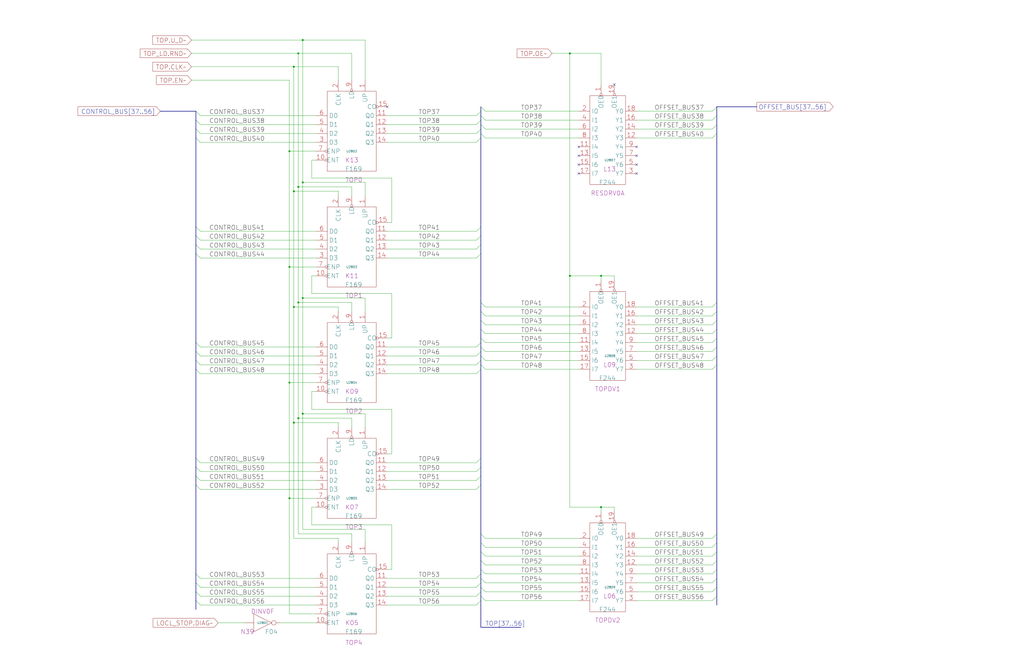
<source format=kicad_sch>
(kicad_sch (version 20250114) (generator "eeschema") (generator_version "9.0")
  (paper "User" 584.2 378.46)
  (title_block (title "CONTROL TOP REGISTER") (date "22-MAY-90") (rev "1.0") (comment 1 "SEQUENCER") (comment 2 "232-003064") (comment 3 "S400") (comment 4 "RELEASED"))
  (lib_symbols
    (symbol "r1000:F04" (pin_numbers (hide yes)) (pin_names (hide yes))
      (property "Reference" "U" (at 0 0 0))
      (property "Value" "F04" (at 1.27 -5.08 0))
      (property "Location" "___" (at -12.7 -5.08 0))
      (property "Name" "______" (at 0 5.08 0))
      (symbol "F04_0_1"
        (polyline (pts (xy -7.62 0) (xy -5.08 0)) (stroke (width 0.1524)))
        (polyline (pts (xy -5.08 5.08) (xy -5.08 -5.08)) (stroke (width 0.1524)))
        (polyline (pts (xy 5.08 0) (xy -5.08 5.08)) (stroke (width 0.1524)))
        (polyline (pts (xy 5.08 0) (xy -5.08 -5.08)) (stroke (width 0.1524)))
        (circle (center 6.35 0) (radius 1.27) (stroke (width 0.1524)))
      )
      (symbol "F04_1_1"
        (pin input line (at -10.16 0 0) (length 2.54) (name "D0") (number "1"))
        (pin output line (at 10.16 0 180) (length 2.54) (name "Q") (number "2"))
      )
    )
    (symbol "r1000:F169" (pin_names (offset 1.016))
      (property "Reference" "U" (at 2.54 5.08 0))
      (property "Value" "F169" (at -1.27 -5.08 0))
      (property "Location" "___" (at -1.27 0 0))
      (property "Name" "______" (at 3.81 -12.7 0))
      (symbol "F169_1_1"
        (circle (center -12.065 5.08) (radius 0.635))
        (circle (center -12.065 0) (radius 0.635))
        (rectangle (start -11.43 39.37) (end 16.51 -6.35))
        (circle (center 2.54 40.005) (radius 0.635))
        (circle (center 17.145 30.48) (radius 0.635))
        (pin input line (at -17.78 25.4 0) (length 6.35) (name "D0") (number "6"))
        (pin input line (at -17.78 20.32 0) (length 6.35) (name "D1") (number "5"))
        (pin input line (at -17.78 15.24 0) (length 6.35) (name "D2") (number "4"))
        (pin input line (at -17.78 10.16 0) (length 6.35) (name "D3") (number "3"))
        (pin input line (at -17.78 5.08 0) (length 5.08) (name "ENP") (number "7"))
        (pin input line (at -17.78 0 0) (length 5.08) (name "ENT") (number "10"))
        (pin input line (at -5.08 45.72 270) (length 6.35) (name "CLK") (number "2"))
        (pin input line (at 2.54 45.72 270) (length 5.08) (name "LD") (number "9"))
        (pin input line (at 10.16 45.72 270) (length 6.35) (name "UP") (number "1"))
        (pin output line (at 22.86 30.48 180) (length 5.08) (name "CO") (number "15"))
        (pin output line (at 22.86 25.4 180) (length 6.35) (name "Q0") (number "11"))
        (pin output line (at 22.86 20.32 180) (length 6.35) (name "Q1") (number "12"))
        (pin output line (at 22.86 15.24 180) (length 6.35) (name "Q2") (number "13"))
        (pin output line (at 22.86 10.16 180) (length 6.35) (name "Q3") (number "14"))
      )
    )
    (symbol "r1000:F244" (pin_names (offset 1.016))
      (property "Reference" "U" (at 2.54 5.08 0))
      (property "Value" "F244" (at -3.81 -7.62 0))
      (property "Location" "___" (at -1.27 0 0))
      (property "Name" "______" (at 1.27 -15.24 0))
      (symbol "F244_1_1"
        (rectangle (start -8.89 41.91) (end 11.43 -8.89))
        (circle (center -2.54 42.545) (radius 0.635))
        (circle (center 5.08 42.545) (radius 0.635))
        (pin input line (at -15.24 33.02 0) (length 6.35) (name "I0") (number "2"))
        (pin input line (at -15.24 27.94 0) (length 6.35) (name "I1") (number "4"))
        (pin input line (at -15.24 22.86 0) (length 6.35) (name "I2") (number "6"))
        (pin input line (at -15.24 17.78 0) (length 6.35) (name "I3") (number "8"))
        (pin input line (at -15.24 12.7 0) (length 6.35) (name "I4") (number "11"))
        (pin input line (at -15.24 7.62 0) (length 6.35) (name "I5") (number "13"))
        (pin input line (at -15.24 2.54 0) (length 6.35) (name "I6") (number "15"))
        (pin input line (at -15.24 -2.54 0) (length 6.35) (name "I7") (number "17"))
        (pin input line (at -2.54 48.26 270) (length 5.08) (name "OE0") (number "1"))
        (pin input line (at 5.08 48.26 270) (length 5.08) (name "OE1") (number "19"))
        (pin tri_state line (at 17.78 33.02 180) (length 6.35) (name "Y0") (number "18"))
        (pin tri_state line (at 17.78 27.94 180) (length 6.35) (name "Y1") (number "16"))
        (pin tri_state line (at 17.78 22.86 180) (length 6.35) (name "Y2") (number "14"))
        (pin tri_state line (at 17.78 17.78 180) (length 6.35) (name "Y3") (number "12"))
        (pin tri_state line (at 17.78 12.7 180) (length 6.35) (name "Y4") (number "9"))
        (pin tri_state line (at 17.78 7.62 180) (length 6.35) (name "Y5") (number "7"))
        (pin tri_state line (at 17.78 2.54 180) (length 6.35) (name "Y6") (number "5"))
        (pin tri_state line (at 17.78 -2.54 180) (length 6.35) (name "Y7") (number "3"))
      )
    )
  )
  (junction (at 172.72 22.86))
  (junction (at 170.18 238.76))
  (junction (at 165.1 86.36))
  (junction (at 167.64 241.3))
  (junction (at 170.18 172.72))
  (junction (at 167.64 38.1))
  (junction (at 170.18 106.68))
  (junction (at 172.72 236.22))
  (junction (at 325.12 30.48))
  (junction (at 170.18 30.48))
  (junction (at 325.12 157.48))
  (junction (at 172.72 170.18))
  (junction (at 167.64 175.26))
  (junction (at 167.64 109.22))
  (junction (at 342.9 289.56))
  (junction (at 342.9 157.48))
  (junction (at 172.72 104.14))
  (junction (at 165.1 152.4))
  (junction (at 165.1 284.48))
  (junction (at 165.1 218.44))
  (no_connect (at 220.98 60.96))
  (no_connect (at 363.22 99.06))
  (no_connect (at 330.2 93.98))
  (no_connect (at 330.2 88.9))
  (no_connect (at 363.22 88.9))
  (no_connect (at 363.22 93.98))
  (no_connect (at 363.22 83.82))
  (no_connect (at 350.52 48.26))
  (no_connect (at 330.2 99.06))
  (no_connect (at 330.2 83.82))
  (bus_entry (at 111.76 78.74) (size 2.54 2.54))
  (bus_entry (at 274.32 195.58) (size -2.54 2.54))
  (bus_entry (at 274.32 210.82) (size -2.54 2.54))
  (bus_entry (at 274.32 276.86) (size -2.54 2.54))
  (bus_entry (at 111.76 134.62) (size 2.54 2.54))
  (bus_entry (at 408.94 304.8) (size -2.54 2.54))
  (bus_entry (at 274.32 205.74) (size -2.54 2.54))
  (bus_entry (at 274.32 340.36) (size 2.54 2.54))
  (bus_entry (at 274.32 335.28) (size 2.54 2.54))
  (bus_entry (at 408.94 71.12) (size -2.54 2.54))
  (bus_entry (at 111.76 73.66) (size 2.54 2.54))
  (bus_entry (at 274.32 203.2) (size 2.54 2.54))
  (bus_entry (at 274.32 320.04) (size 2.54 2.54))
  (bus_entry (at 408.94 198.12) (size -2.54 2.54))
  (bus_entry (at 274.32 71.12) (size 2.54 2.54))
  (bus_entry (at 408.94 177.8) (size -2.54 2.54))
  (bus_entry (at 274.32 266.7) (size -2.54 2.54))
  (bus_entry (at 274.32 63.5) (size -2.54 2.54))
  (bus_entry (at 111.76 271.78) (size 2.54 2.54))
  (bus_entry (at 111.76 200.66) (size 2.54 2.54))
  (bus_entry (at 274.32 60.96) (size 2.54 2.54))
  (bus_entry (at 111.76 195.58) (size 2.54 2.54))
  (bus_entry (at 274.32 261.62) (size -2.54 2.54))
  (bus_entry (at 408.94 340.36) (size -2.54 2.54))
  (bus_entry (at 274.32 73.66) (size -2.54 2.54))
  (bus_entry (at 274.32 332.74) (size -2.54 2.54))
  (bus_entry (at 274.32 172.72) (size 2.54 2.54))
  (bus_entry (at 274.32 304.8) (size 2.54 2.54))
  (bus_entry (at 274.32 342.9) (size -2.54 2.54))
  (bus_entry (at 408.94 193.04) (size -2.54 2.54))
  (bus_entry (at 274.32 144.78) (size -2.54 2.54))
  (bus_entry (at 274.32 134.62) (size -2.54 2.54))
  (bus_entry (at 408.94 203.2) (size -2.54 2.54))
  (bus_entry (at 111.76 266.7) (size 2.54 2.54))
  (bus_entry (at 408.94 330.2) (size -2.54 2.54))
  (bus_entry (at 274.32 68.58) (size -2.54 2.54))
  (bus_entry (at 274.32 139.7) (size -2.54 2.54))
  (bus_entry (at 111.76 68.58) (size 2.54 2.54))
  (bus_entry (at 274.32 337.82) (size -2.54 2.54))
  (bus_entry (at 274.32 182.88) (size 2.54 2.54))
  (bus_entry (at 274.32 325.12) (size 2.54 2.54))
  (bus_entry (at 274.32 330.2) (size 2.54 2.54))
  (bus_entry (at 408.94 182.88) (size -2.54 2.54))
  (bus_entry (at 408.94 172.72) (size -2.54 2.54))
  (bus_entry (at 274.32 271.78) (size -2.54 2.54))
  (bus_entry (at 111.76 63.5) (size 2.54 2.54))
  (bus_entry (at 111.76 139.7) (size 2.54 2.54))
  (bus_entry (at 408.94 320.04) (size -2.54 2.54))
  (bus_entry (at 274.32 208.28) (size 2.54 2.54))
  (bus_entry (at 408.94 66.04) (size -2.54 2.54))
  (bus_entry (at 111.76 205.74) (size 2.54 2.54))
  (bus_entry (at 408.94 208.28) (size -2.54 2.54))
  (bus_entry (at 274.32 129.54) (size -2.54 2.54))
  (bus_entry (at 111.76 327.66) (size 2.54 2.54))
  (bus_entry (at 408.94 60.96) (size -2.54 2.54))
  (bus_entry (at 111.76 144.78) (size 2.54 2.54))
  (bus_entry (at 111.76 210.82) (size 2.54 2.54))
  (bus_entry (at 408.94 314.96) (size -2.54 2.54))
  (bus_entry (at 274.32 76.2) (size 2.54 2.54))
  (bus_entry (at 408.94 335.28) (size -2.54 2.54))
  (bus_entry (at 111.76 342.9) (size 2.54 2.54))
  (bus_entry (at 111.76 129.54) (size 2.54 2.54))
  (bus_entry (at 274.32 309.88) (size 2.54 2.54))
  (bus_entry (at 274.32 177.8) (size 2.54 2.54))
  (bus_entry (at 274.32 200.66) (size -2.54 2.54))
  (bus_entry (at 274.32 327.66) (size -2.54 2.54))
  (bus_entry (at 274.32 198.12) (size 2.54 2.54))
  (bus_entry (at 274.32 193.04) (size 2.54 2.54))
  (bus_entry (at 111.76 332.74) (size 2.54 2.54))
  (bus_entry (at 274.32 187.96) (size 2.54 2.54))
  (bus_entry (at 274.32 314.96) (size 2.54 2.54))
  (bus_entry (at 408.94 187.96) (size -2.54 2.54))
  (bus_entry (at 274.32 78.74) (size -2.54 2.54))
  (bus_entry (at 274.32 66.04) (size 2.54 2.54))
  (bus_entry (at 408.94 309.88) (size -2.54 2.54))
  (bus_entry (at 408.94 325.12) (size -2.54 2.54))
  (bus_entry (at 111.76 276.86) (size 2.54 2.54))
  (bus_entry (at 111.76 261.62) (size 2.54 2.54))
  (bus_entry (at 111.76 337.82) (size 2.54 2.54))
  (bus_entry (at 408.94 76.2) (size -2.54 2.54))
  (bus (pts (xy 274.32 71.12) (xy 274.32 73.66)))
  (wire (pts (xy 109.22 30.48) (xy 170.18 30.48)))
  (bus (pts (xy 408.94 330.2) (xy 408.94 335.28)))
  (wire (pts (xy 220.98 81.28) (xy 271.78 81.28)))
  (wire (pts (xy 276.86 327.66) (xy 330.2 327.66)))
  (wire (pts (xy 165.1 218.44) (xy 180.34 218.44)))
  (wire (pts (xy 165.1 152.4) (xy 180.34 152.4)))
  (wire (pts (xy 114.3 203.2) (xy 180.34 203.2)))
  (wire (pts (xy 220.98 264.16) (xy 271.78 264.16)))
  (wire (pts (xy 114.3 269.24) (xy 180.34 269.24)))
  (wire (pts (xy 165.1 218.44) (xy 165.1 284.48)))
  (bus (pts (xy 408.94 60.96) (xy 408.94 66.04)))
  (wire (pts (xy 180.34 91.44) (xy 177.8 91.44)))
  (wire (pts (xy 167.64 38.1) (xy 193.04 38.1)))
  (bus (pts (xy 274.32 193.04) (xy 274.32 195.58)))
  (wire (pts (xy 220.98 142.24) (xy 271.78 142.24)))
  (bus (pts (xy 274.32 335.28) (xy 274.32 337.82)))
  (wire (pts (xy 276.86 205.74) (xy 330.2 205.74)))
  (wire (pts (xy 220.98 279.4) (xy 271.78 279.4)))
  (wire (pts (xy 114.3 142.24) (xy 180.34 142.24)))
  (bus (pts (xy 111.76 266.7) (xy 111.76 271.78)))
  (wire (pts (xy 276.86 317.5) (xy 330.2 317.5)))
  (wire (pts (xy 220.98 203.2) (xy 271.78 203.2)))
  (wire (pts (xy 363.22 185.42) (xy 406.4 185.42)))
  (wire (pts (xy 167.64 175.26) (xy 193.04 175.26)))
  (bus (pts (xy 408.94 208.28) (xy 408.94 304.8)))
  (wire (pts (xy 276.86 342.9) (xy 330.2 342.9)))
  (wire (pts (xy 276.86 195.58) (xy 330.2 195.58)))
  (wire (pts (xy 342.9 48.26) (xy 342.9 30.48)))
  (wire (pts (xy 165.1 86.36) (xy 165.1 45.72)))
  (wire (pts (xy 114.3 66.04) (xy 180.34 66.04)))
  (wire (pts (xy 114.3 279.4) (xy 180.34 279.4)))
  (wire (pts (xy 276.86 210.82) (xy 330.2 210.82)))
  (wire (pts (xy 363.22 190.5) (xy 406.4 190.5)))
  (bus (pts (xy 274.32 177.8) (xy 274.32 182.88)))
  (wire (pts (xy 220.98 274.32) (xy 271.78 274.32)))
  (wire (pts (xy 177.8 223.52) (xy 177.8 233.68)))
  (bus (pts (xy 111.76 200.66) (xy 111.76 205.74)))
  (wire (pts (xy 220.98 132.08) (xy 271.78 132.08)))
  (bus (pts (xy 408.94 193.04) (xy 408.94 198.12)))
  (bus (pts (xy 274.32 304.8) (xy 274.32 309.88)))
  (bus (pts (xy 408.94 177.8) (xy 408.94 182.88)))
  (bus (pts (xy 111.76 261.62) (xy 111.76 266.7)))
  (wire (pts (xy 220.98 198.12) (xy 271.78 198.12)))
  (wire (pts (xy 220.98 330.2) (xy 271.78 330.2)))
  (bus (pts (xy 408.94 320.04) (xy 408.94 325.12)))
  (wire (pts (xy 276.86 312.42) (xy 330.2 312.42)))
  (wire (pts (xy 276.86 200.66) (xy 330.2 200.66)))
  (wire (pts (xy 170.18 238.76) (xy 200.66 238.76)))
  (wire (pts (xy 363.22 312.42) (xy 406.4 312.42)))
  (wire (pts (xy 363.22 210.82) (xy 406.4 210.82)))
  (wire (pts (xy 114.3 137.16) (xy 180.34 137.16)))
  (bus (pts (xy 408.94 203.2) (xy 408.94 208.28)))
  (bus (pts (xy 408.94 325.12) (xy 408.94 330.2)))
  (wire (pts (xy 114.3 198.12) (xy 180.34 198.12)))
  (wire (pts (xy 167.64 307.34) (xy 167.64 241.3)))
  (bus (pts (xy 111.76 73.66) (xy 111.76 78.74)))
  (wire (pts (xy 165.1 86.36) (xy 180.34 86.36)))
  (wire (pts (xy 363.22 195.58) (xy 406.4 195.58)))
  (wire (pts (xy 180.34 157.48) (xy 177.8 157.48)))
  (wire (pts (xy 114.3 76.2) (xy 180.34 76.2)))
  (wire (pts (xy 363.22 73.66) (xy 406.4 73.66)))
  (bus (pts (xy 274.32 309.88) (xy 274.32 314.96)))
  (wire (pts (xy 314.96 30.48) (xy 325.12 30.48)))
  (wire (pts (xy 276.86 337.82) (xy 330.2 337.82)))
  (wire (pts (xy 172.72 170.18) (xy 172.72 104.14)))
  (wire (pts (xy 165.1 350.52) (xy 180.34 350.52)))
  (wire (pts (xy 276.86 63.5) (xy 330.2 63.5)))
  (wire (pts (xy 325.12 289.56) (xy 325.12 157.48)))
  (wire (pts (xy 167.64 109.22) (xy 193.04 109.22)))
  (wire (pts (xy 276.86 73.66) (xy 330.2 73.66)))
  (bus (pts (xy 408.94 198.12) (xy 408.94 203.2)))
  (bus (pts (xy 274.32 187.96) (xy 274.32 193.04)))
  (wire (pts (xy 220.98 213.36) (xy 271.78 213.36)))
  (wire (pts (xy 342.9 289.56) (xy 325.12 289.56)))
  (wire (pts (xy 109.22 45.72) (xy 165.1 45.72)))
  (bus (pts (xy 408.94 182.88) (xy 408.94 187.96)))
  (bus (pts (xy 111.76 271.78) (xy 111.76 276.86)))
  (wire (pts (xy 276.86 78.74) (xy 330.2 78.74)))
  (bus (pts (xy 274.32 63.5) (xy 274.32 66.04)))
  (wire (pts (xy 276.86 307.34) (xy 330.2 307.34)))
  (bus (pts (xy 408.94 304.8) (xy 408.94 309.88)))
  (wire (pts (xy 167.64 175.26) (xy 167.64 109.22)))
  (wire (pts (xy 208.28 22.86) (xy 208.28 45.72)))
  (wire (pts (xy 342.9 289.56) (xy 342.9 292.1)))
  (bus (pts (xy 408.94 76.2) (xy 408.94 172.72)))
  (wire (pts (xy 172.72 22.86) (xy 208.28 22.86)))
  (bus (pts (xy 408.94 172.72) (xy 408.94 177.8)))
  (bus (pts (xy 111.76 144.78) (xy 111.76 195.58)))
  (bus (pts (xy 274.32 203.2) (xy 274.32 205.74)))
  (bus (pts (xy 274.32 129.54) (xy 274.32 134.62)))
  (wire (pts (xy 124.46 355.6) (xy 139.7 355.6)))
  (wire (pts (xy 170.18 172.72) (xy 170.18 106.68)))
  (bus (pts (xy 274.32 276.86) (xy 274.32 304.8)))
  (bus (pts (xy 111.76 205.74) (xy 111.76 210.82)))
  (bus (pts (xy 274.32 198.12) (xy 274.32 200.66)))
  (wire (pts (xy 200.66 177.8) (xy 200.66 172.72)))
  (bus (pts (xy 274.32 68.58) (xy 274.32 71.12)))
  (wire (pts (xy 114.3 208.28) (xy 180.34 208.28)))
  (bus (pts (xy 274.32 342.9) (xy 274.32 358.14)))
  (wire (pts (xy 276.86 185.42) (xy 330.2 185.42)))
  (bus (pts (xy 274.32 66.04) (xy 274.32 68.58)))
  (wire (pts (xy 170.18 304.8) (xy 170.18 238.76)))
  (wire (pts (xy 223.52 167.64) (xy 223.52 193.04)))
  (wire (pts (xy 342.9 157.48) (xy 350.52 157.48)))
  (bus (pts (xy 111.76 134.62) (xy 111.76 139.7)))
  (wire (pts (xy 220.98 76.2) (xy 271.78 76.2)))
  (wire (pts (xy 220.98 340.36) (xy 271.78 340.36)))
  (bus (pts (xy 274.32 325.12) (xy 274.32 327.66)))
  (wire (pts (xy 223.52 233.68) (xy 223.52 259.08)))
  (wire (pts (xy 180.34 289.56) (xy 177.8 289.56)))
  (bus (pts (xy 274.32 195.58) (xy 274.32 198.12)))
  (wire (pts (xy 177.8 299.72) (xy 223.52 299.72)))
  (wire (pts (xy 114.3 147.32) (xy 180.34 147.32)))
  (wire (pts (xy 350.52 289.56) (xy 342.9 289.56)))
  (wire (pts (xy 160.02 355.6) (xy 180.34 355.6)))
  (bus (pts (xy 111.76 63.5) (xy 111.76 68.58)))
  (wire (pts (xy 363.22 68.58) (xy 406.4 68.58)))
  (wire (pts (xy 208.28 243.84) (xy 208.28 236.22)))
  (wire (pts (xy 220.98 208.28) (xy 271.78 208.28)))
  (wire (pts (xy 200.66 30.48) (xy 200.66 45.72)))
  (wire (pts (xy 276.86 68.58) (xy 330.2 68.58)))
  (wire (pts (xy 193.04 309.88) (xy 193.04 307.34)))
  (bus (pts (xy 91.44 63.5) (xy 111.76 63.5)))
  (wire (pts (xy 167.64 38.1) (xy 167.64 109.22)))
  (bus (pts (xy 408.94 71.12) (xy 408.94 76.2)))
  (bus (pts (xy 111.76 342.9) (xy 111.76 347.98)))
  (bus (pts (xy 274.32 60.96) (xy 274.32 63.5)))
  (wire (pts (xy 172.72 236.22) (xy 172.72 170.18)))
  (wire (pts (xy 220.98 193.04) (xy 223.52 193.04)))
  (wire (pts (xy 193.04 38.1) (xy 193.04 45.72)))
  (wire (pts (xy 180.34 223.52) (xy 177.8 223.52)))
  (wire (pts (xy 172.72 302.26) (xy 172.72 236.22)))
  (wire (pts (xy 177.8 101.6) (xy 223.52 101.6)))
  (bus (pts (xy 274.32 330.2) (xy 274.32 332.74)))
  (wire (pts (xy 363.22 322.58) (xy 406.4 322.58)))
  (wire (pts (xy 276.86 332.74) (xy 330.2 332.74)))
  (bus (pts (xy 274.32 205.74) (xy 274.32 208.28)))
  (bus (pts (xy 274.32 320.04) (xy 274.32 325.12)))
  (wire (pts (xy 276.86 190.5) (xy 330.2 190.5)))
  (wire (pts (xy 208.28 302.26) (xy 172.72 302.26)))
  (wire (pts (xy 114.3 274.32) (xy 180.34 274.32)))
  (bus (pts (xy 111.76 210.82) (xy 111.76 261.62)))
  (bus (pts (xy 274.32 182.88) (xy 274.32 187.96)))
  (bus (pts (xy 274.32 200.66) (xy 274.32 203.2)))
  (wire (pts (xy 220.98 66.04) (xy 271.78 66.04)))
  (wire (pts (xy 170.18 238.76) (xy 170.18 172.72)))
  (bus (pts (xy 408.94 309.88) (xy 408.94 314.96)))
  (bus (pts (xy 111.76 337.82) (xy 111.76 342.9)))
  (wire (pts (xy 342.9 30.48) (xy 325.12 30.48)))
  (wire (pts (xy 114.3 335.28) (xy 180.34 335.28)))
  (bus (pts (xy 408.94 335.28) (xy 408.94 340.36)))
  (wire (pts (xy 208.28 111.76) (xy 208.28 104.14)))
  (bus (pts (xy 274.32 78.74) (xy 274.32 129.54)))
  (wire (pts (xy 363.22 200.66) (xy 406.4 200.66)))
  (bus (pts (xy 274.32 266.7) (xy 274.32 271.78)))
  (wire (pts (xy 276.86 322.58) (xy 330.2 322.58)))
  (bus (pts (xy 408.94 66.04) (xy 408.94 71.12)))
  (wire (pts (xy 325.12 157.48) (xy 342.9 157.48)))
  (wire (pts (xy 172.72 236.22) (xy 208.28 236.22)))
  (wire (pts (xy 172.72 104.14) (xy 172.72 22.86)))
  (wire (pts (xy 165.1 86.36) (xy 165.1 152.4)))
  (wire (pts (xy 363.22 317.5) (xy 406.4 317.5)))
  (wire (pts (xy 363.22 205.74) (xy 406.4 205.74)))
  (bus (pts (xy 274.32 73.66) (xy 274.32 76.2)))
  (wire (pts (xy 167.64 241.3) (xy 167.64 175.26)))
  (wire (pts (xy 165.1 284.48) (xy 180.34 284.48)))
  (wire (pts (xy 177.8 157.48) (xy 177.8 167.64)))
  (bus (pts (xy 111.76 276.86) (xy 111.76 327.66)))
  (bus (pts (xy 274.32 327.66) (xy 274.32 330.2)))
  (wire (pts (xy 223.52 299.72) (xy 223.52 325.12)))
  (wire (pts (xy 114.3 71.12) (xy 180.34 71.12)))
  (wire (pts (xy 170.18 30.48) (xy 200.66 30.48)))
  (wire (pts (xy 114.3 264.16) (xy 180.34 264.16)))
  (wire (pts (xy 363.22 337.82) (xy 406.4 337.82)))
  (wire (pts (xy 220.98 345.44) (xy 271.78 345.44)))
  (wire (pts (xy 177.8 289.56) (xy 177.8 299.72)))
  (wire (pts (xy 363.22 307.34) (xy 406.4 307.34)))
  (bus (pts (xy 274.32 208.28) (xy 274.32 210.82)))
  (wire (pts (xy 165.1 284.48) (xy 165.1 350.52)))
  (wire (pts (xy 165.1 152.4) (xy 165.1 218.44)))
  (wire (pts (xy 177.8 91.44) (xy 177.8 101.6)))
  (wire (pts (xy 350.52 157.48) (xy 350.52 160.02)))
  (wire (pts (xy 170.18 106.68) (xy 200.66 106.68)))
  (bus (pts (xy 274.32 172.72) (xy 274.32 177.8)))
  (wire (pts (xy 193.04 307.34) (xy 167.64 307.34)))
  (bus (pts (xy 111.76 195.58) (xy 111.76 200.66)))
  (wire (pts (xy 220.98 325.12) (xy 223.52 325.12)))
  (wire (pts (xy 170.18 172.72) (xy 200.66 172.72)))
  (bus (pts (xy 408.94 60.96) (xy 431.8 60.96)))
  (bus (pts (xy 274.32 139.7) (xy 274.32 144.78)))
  (wire (pts (xy 177.8 233.68) (xy 223.52 233.68)))
  (wire (pts (xy 220.98 127) (xy 223.52 127)))
  (wire (pts (xy 363.22 180.34) (xy 406.4 180.34)))
  (wire (pts (xy 114.3 345.44) (xy 180.34 345.44)))
  (wire (pts (xy 363.22 63.5) (xy 406.4 63.5)))
  (wire (pts (xy 170.18 106.68) (xy 170.18 30.48)))
  (bus (pts (xy 274.32 337.82) (xy 274.32 340.36)))
  (bus (pts (xy 408.94 187.96) (xy 408.94 193.04)))
  (wire (pts (xy 223.52 101.6) (xy 223.52 127)))
  (bus (pts (xy 111.76 327.66) (xy 111.76 332.74)))
  (bus (pts (xy 274.32 210.82) (xy 274.32 261.62)))
  (wire (pts (xy 220.98 147.32) (xy 271.78 147.32)))
  (wire (pts (xy 167.64 241.3) (xy 193.04 241.3)))
  (wire (pts (xy 208.28 309.88) (xy 208.28 302.26)))
  (bus (pts (xy 274.32 332.74) (xy 274.32 335.28)))
  (wire (pts (xy 350.52 292.1) (xy 350.52 289.56)))
  (wire (pts (xy 342.9 157.48) (xy 342.9 160.02)))
  (bus (pts (xy 274.32 76.2) (xy 274.32 78.74)))
  (wire (pts (xy 200.66 243.84) (xy 200.66 238.76)))
  (wire (pts (xy 200.66 304.8) (xy 170.18 304.8)))
  (bus (pts (xy 274.32 340.36) (xy 274.32 342.9)))
  (wire (pts (xy 363.22 78.74) (xy 406.4 78.74)))
  (wire (pts (xy 200.66 111.76) (xy 200.66 106.68)))
  (wire (pts (xy 220.98 71.12) (xy 271.78 71.12)))
  (wire (pts (xy 114.3 330.2) (xy 180.34 330.2)))
  (wire (pts (xy 325.12 30.48) (xy 325.12 157.48)))
  (wire (pts (xy 109.22 38.1) (xy 167.64 38.1)))
  (wire (pts (xy 177.8 167.64) (xy 223.52 167.64)))
  (bus (pts (xy 274.32 358.14) (xy 297.18 358.14)))
  (bus (pts (xy 274.32 314.96) (xy 274.32 320.04)))
  (wire (pts (xy 114.3 213.36) (xy 180.34 213.36)))
  (bus (pts (xy 111.76 68.58) (xy 111.76 73.66)))
  (bus (pts (xy 274.32 134.62) (xy 274.32 139.7)))
  (bus (pts (xy 274.32 261.62) (xy 274.32 266.7)))
  (wire (pts (xy 363.22 175.26) (xy 406.4 175.26)))
  (bus (pts (xy 111.76 129.54) (xy 111.76 134.62)))
  (bus (pts (xy 408.94 314.96) (xy 408.94 320.04)))
  (bus (pts (xy 274.32 271.78) (xy 274.32 276.86)))
  (bus (pts (xy 274.32 144.78) (xy 274.32 172.72)))
  (wire (pts (xy 363.22 342.9) (xy 406.4 342.9)))
  (wire (pts (xy 363.22 332.74) (xy 406.4 332.74)))
  (wire (pts (xy 208.28 177.8) (xy 208.28 170.18)))
  (wire (pts (xy 363.22 327.66) (xy 406.4 327.66)))
  (wire (pts (xy 193.04 111.76) (xy 193.04 109.22)))
  (wire (pts (xy 109.22 22.86) (xy 172.72 22.86)))
  (wire (pts (xy 220.98 259.08) (xy 223.52 259.08)))
  (bus (pts (xy 408.94 340.36) (xy 408.94 345.44)))
  (wire (pts (xy 114.3 81.28) (xy 180.34 81.28)))
  (wire (pts (xy 220.98 137.16) (xy 271.78 137.16)))
  (wire (pts (xy 172.72 170.18) (xy 208.28 170.18)))
  (wire (pts (xy 193.04 243.84) (xy 193.04 241.3)))
  (wire (pts (xy 200.66 309.88) (xy 200.66 304.8)))
  (wire (pts (xy 220.98 269.24) (xy 271.78 269.24)))
  (wire (pts (xy 114.3 340.36) (xy 180.34 340.36)))
  (wire (pts (xy 276.86 180.34) (xy 330.2 180.34)))
  (bus (pts (xy 111.76 139.7) (xy 111.76 144.78)))
  (wire (pts (xy 276.86 175.26) (xy 330.2 175.26)))
  (bus (pts (xy 111.76 332.74) (xy 111.76 337.82)))
  (wire (pts (xy 220.98 335.28) (xy 271.78 335.28)))
  (wire (pts (xy 193.04 177.8) (xy 193.04 175.26)))
  (bus (pts (xy 111.76 78.74) (xy 111.76 129.54)))
  (wire (pts (xy 114.3 132.08) (xy 180.34 132.08)))
  (wire (pts (xy 172.72 104.14) (xy 208.28 104.14)))
  (label "OFFSET_BUS37" (at 373.38 63.5 0) (effects (font (size 2.54 2.54))))
  (label "TOP41" (at 297.18 175.26 0) (effects (font (size 2.54 2.54))))
  (label "CONTROL_BUS42" (at 119.38 137.16 0) (effects (font (size 2.54 2.54))))
  (label "CONTROL_BUS44" (at 119.38 147.32 0) (effects (font (size 2.54 2.54))))
  (label "OFFSET_BUS41" (at 373.38 175.26 0) (effects (font (size 2.54 2.54))))
  (label "TOP41" (at 238.76 132.08 0) (effects (font (size 2.54 2.54))))
  (label "OFFSET_BUS46" (at 373.38 200.66 0) (effects (font (size 2.54 2.54))))
  (label "CONTROL_BUS37" (at 119.38 66.04 0) (effects (font (size 2.54 2.54))))
  (label "OFFSET_BUS48" (at 373.38 210.82 0) (effects (font (size 2.54 2.54))))
  (label "TOP39" (at 297.18 73.66 0) (effects (font (size 2.54 2.54))))
  (label "TOP52" (at 238.76 279.4 0) (effects (font (size 2.54 2.54))))
  (label "TOP56" (at 297.18 342.9 0) (effects (font (size 2.54 2.54))))
  (label "TOP55" (at 238.76 340.36 0) (effects (font (size 2.54 2.54))))
  (label "OFFSET_BUS47" (at 373.38 205.74 0) (effects (font (size 2.54 2.54))))
  (label "TOP52" (at 297.18 322.58 0) (effects (font (size 2.54 2.54))))
  (label "CONTROL_BUS43" (at 119.38 142.24 0) (effects (font (size 2.54 2.54))))
  (label "OFFSET_BUS50" (at 373.38 312.42 0) (effects (font (size 2.54 2.54))))
  (label "CONTROL_BUS40" (at 119.38 81.28 0) (effects (font (size 2.54 2.54))))
  (label "TOP[37..56]" (at 276.86 358.14 0) (effects (font (size 2.54 2.54))))
  (label "TOP40" (at 297.18 78.74 0) (effects (font (size 2.54 2.54))))
  (label "CONTROL_BUS38" (at 119.38 71.12 0) (effects (font (size 2.54 2.54))))
  (label "TOP37" (at 238.76 66.04 0) (effects (font (size 2.54 2.54))))
  (label "TOP45" (at 238.76 198.12 0) (effects (font (size 2.54 2.54))))
  (label "CONTROL_BUS50" (at 119.38 269.24 0) (effects (font (size 2.54 2.54))))
  (label "TOP48" (at 297.18 210.82 0) (effects (font (size 2.54 2.54))))
  (label "OFFSET_BUS39" (at 373.38 73.66 0) (effects (font (size 2.54 2.54))))
  (label "CONTROL_BUS51" (at 119.38 274.32 0) (effects (font (size 2.54 2.54))))
  (label "CONTROL_BUS39" (at 119.38 76.2 0) (effects (font (size 2.54 2.54))))
  (label "TOP49" (at 297.18 307.34 0) (effects (font (size 2.54 2.54))))
  (label "TOP44" (at 297.18 190.5 0) (effects (font (size 2.54 2.54))))
  (label "OFFSET_BUS52" (at 373.38 322.58 0) (effects (font (size 2.54 2.54))))
  (label "CONTROL_BUS49" (at 119.38 264.16 0) (effects (font (size 2.54 2.54))))
  (label "TOP49" (at 238.76 264.16 0) (effects (font (size 2.54 2.54))))
  (label "OFFSET_BUS55" (at 373.38 337.82 0) (effects (font (size 2.54 2.54))))
  (label "CONTROL_BUS46" (at 119.38 203.2 0) (effects (font (size 2.54 2.54))))
  (label "TOP42" (at 297.18 180.34 0) (effects (font (size 2.54 2.54))))
  (label "TOP44" (at 238.76 147.32 0) (effects (font (size 2.54 2.54))))
  (label "CONTROL_BUS56" (at 119.38 345.44 0) (effects (font (size 2.54 2.54))))
  (label "TOP43" (at 238.76 142.24 0) (effects (font (size 2.54 2.54))))
  (label "CONTROL_BUS53" (at 119.38 330.2 0) (effects (font (size 2.54 2.54))))
  (label "TOP50" (at 297.18 312.42 0) (effects (font (size 2.54 2.54))))
  (label "OFFSET_BUS54" (at 373.38 332.74 0) (effects (font (size 2.54 2.54))))
  (label "TOP55" (at 297.18 337.82 0) (effects (font (size 2.54 2.54))))
  (label "TOP39" (at 238.76 76.2 0) (effects (font (size 2.54 2.54))))
  (label "CONTROL_BUS48" (at 119.38 213.36 0) (effects (font (size 2.54 2.54))))
  (label "OFFSET_BUS56" (at 373.38 342.9 0) (effects (font (size 2.54 2.54))))
  (label "OFFSET_BUS43" (at 373.38 185.42 0) (effects (font (size 2.54 2.54))))
  (label "CONTROL_BUS47" (at 119.38 208.28 0) (effects (font (size 2.54 2.54))))
  (label "TOP53" (at 238.76 330.2 0) (effects (font (size 2.54 2.54))))
  (label "CONTROL_BUS55" (at 119.38 340.36 0) (effects (font (size 2.54 2.54))))
  (label "TOP51" (at 297.18 317.5 0) (effects (font (size 2.54 2.54))))
  (label "TOP46" (at 297.18 200.66 0) (effects (font (size 2.54 2.54))))
  (label "TOP50" (at 238.76 269.24 0) (effects (font (size 2.54 2.54))))
  (label "TOP47" (at 297.18 205.74 0) (effects (font (size 2.54 2.54))))
  (label "OFFSET_BUS44" (at 373.38 190.5 0) (effects (font (size 2.54 2.54))))
  (label "TOP42" (at 238.76 137.16 0) (effects (font (size 2.54 2.54))))
  (label "CONTROL_BUS45" (at 119.38 198.12 0) (effects (font (size 2.54 2.54))))
  (label "TOP48" (at 238.76 213.36 0) (effects (font (size 2.54 2.54))))
  (label "OFFSET_BUS51" (at 373.38 317.5 0) (effects (font (size 2.54 2.54))))
  (label "TOP37" (at 297.18 63.5 0) (effects (font (size 2.54 2.54))))
  (label "TOP51" (at 238.76 274.32 0) (effects (font (size 2.54 2.54))))
  (label "TOP53" (at 297.18 327.66 0) (effects (font (size 2.54 2.54))))
  (label "OFFSET_BUS38" (at 373.38 68.58 0) (effects (font (size 2.54 2.54))))
  (label "TOP38" (at 297.18 68.58 0) (effects (font (size 2.54 2.54))))
  (label "CONTROL_BUS54" (at 119.38 335.28 0) (effects (font (size 2.54 2.54))))
  (label "TOP54" (at 238.76 335.28 0) (effects (font (size 2.54 2.54))))
  (label "TOP43" (at 297.18 185.42 0) (effects (font (size 2.54 2.54))))
  (label "OFFSET_BUS42" (at 373.38 180.34 0) (effects (font (size 2.54 2.54))))
  (label "TOP46" (at 238.76 203.2 0) (effects (font (size 2.54 2.54))))
  (label "CONTROL_BUS52" (at 119.38 279.4 0) (effects (font (size 2.54 2.54))))
  (label "OFFSET_BUS53" (at 373.38 327.66 0) (effects (font (size 2.54 2.54))))
  (label "CONTROL_BUS41" (at 119.38 132.08 0) (effects (font (size 2.54 2.54))))
  (label "TOP56" (at 238.76 345.44 0) (effects (font (size 2.54 2.54))))
  (label "TOP45" (at 297.18 195.58 0) (effects (font (size 2.54 2.54))))
  (label "OFFSET_BUS45" (at 373.38 195.58 0) (effects (font (size 2.54 2.54))))
  (label "TOP38" (at 238.76 71.12 0) (effects (font (size 2.54 2.54))))
  (label "TOP54" (at 297.18 332.74 0) (effects (font (size 2.54 2.54))))
  (label "TOP47" (at 238.76 208.28 0) (effects (font (size 2.54 2.54))))
  (label "OFFSET_BUS49" (at 373.38 307.34 0) (effects (font (size 2.54 2.54))))
  (label "TOP40" (at 238.76 81.28 0) (effects (font (size 2.54 2.54))))
  (label "OFFSET_BUS40" (at 373.38 78.74 0) (effects (font (size 2.54 2.54))))
  (global_label "TOP.U_D~" (shape input) (at 109.22 22.86 180) (effects (font (size 2.54 2.54))) (property "Intersheetrefs" "${INTERSHEET_REFS}" (at 87.0978 22.7013 0) (effects (font (size 1.905 1.905)) (justify right))))
  (global_label "TOP.EN~" (shape input) (at 109.22 45.72 180) (effects (font (size 2.54 2.54))) (property "Intersheetrefs" "${INTERSHEET_REFS}" (at 89.275 45.5613 0) (effects (font (size 1.905 1.905)) (justify right))))
  (global_label "CONTROL_BUS[37..56]" (shape input) (at 91.44 63.5 180) (effects (font (size 2.54 2.54))) (property "Intersheetrefs" "${INTERSHEET_REFS}" (at 44.5226 63.3413 0) (effects (font (size 1.905 1.905)) (justify right))))
  (global_label "LOCL_STOP.DIAG~" (shape input) (at 124.46 355.6 180) (effects (font (size 2.54 2.54))) (property "Intersheetrefs" "${INTERSHEET_REFS}" (at 87.3397 355.4413 0) (effects (font (size 1.905 1.905)) (justify right))))
  (global_label "TOP.CLK~" (shape input) (at 109.22 38.1 180) (effects (font (size 2.54 2.54))) (property "Intersheetrefs" "${INTERSHEET_REFS}" (at 87.0978 37.9413 0) (effects (font (size 1.905 1.905)) (justify right))))
  (global_label "TOP.OE~" (shape input) (at 314.96 30.48 180) (effects (font (size 2.54 2.54))) (property "Intersheetrefs" "${INTERSHEET_REFS}" (at 295.015 30.3213 0) (effects (font (size 1.905 1.905)) (justify right))))
  (global_label "TOP_LD.RND~" (shape input) (at 109.22 30.48 180) (effects (font (size 2.54 2.54))) (property "Intersheetrefs" "${INTERSHEET_REFS}" (at 79.9616 30.3213 0) (effects (font (size 1.905 1.905)) (justify right))))
  (global_label "OFFSET_BUS[37..56]" (shape output) (at 431.8 60.96 0) (effects (font (size 2.54 2.54))) (property "Intersheetrefs" "${INTERSHEET_REFS}" (at 475.3308 60.8013 0) (effects (font (size 1.905 1.905)) (justify left))))
  (symbol (lib_id "r1000:F169") (at 198.12 355.6 0) (unit 1)
    (property "Reference" "U2806" (at 200.66 350.52 0))
    (property "Value" "F169" (at 196.85 360.68 0) (effects (font (size 2.54 2.54)) (justify left)))
    (property "Location" "K05" (at 196.85 355.6 0) (effects (font (size 2.54 2.54)) (justify left)))
    (property "Name" "TOP4" (at 201.93 368.3 0) (effects (font (size 2.54 2.54)) (justify bottom)))
  )
  (symbol (lib_id "r1000:F244") (at 345.44 340.36 0) (unit 1)
    (property "Reference" "U2809" (at 347.98 335.28 0))
    (property "Value" "F244" (at 341.63 347.98 0) (effects (font (size 2.54 2.54)) (justify left)))
    (property "Location" "L06" (at 344.17 340.36 0) (effects (font (size 2.54 2.54)) (justify left)))
    (property "Name" "TOPDV2" (at 346.71 355.6 0) (effects (font (size 2.54 2.54)) (justify bottom)))
  )
  (symbol (lib_id "r1000:F04") (at 149.86 355.6 0) (unit 1)
    (property "Reference" "U2801" (at 149.86 355.6 0))
    (property "Value" "F04" (at 151.13 360.68 0) (effects (font (size 2.54 2.54)) (justify left)))
    (property "Location" "N39" (at 137.16 360.68 0) (effects (font (size 2.54 2.54)) (justify left)))
    (property "Name" "DINV0F" (at 149.86 350.52 0) (effects (font (size 2.54 2.54)) (justify bottom)))
  )
  (symbol (lib_id "r1000:F169") (at 198.12 223.52 0) (unit 1)
    (property "Reference" "U2804" (at 200.66 218.44 0))
    (property "Value" "F169" (at 196.85 228.6 0) (effects (font (size 2.54 2.54)) (justify left)))
    (property "Location" "K09" (at 196.85 223.52 0) (effects (font (size 2.54 2.54)) (justify left)))
    (property "Name" "TOP2" (at 201.93 236.22 0) (effects (font (size 2.54 2.54)) (justify bottom)))
  )
  (symbol (lib_id "r1000:F244") (at 345.44 208.28 0) (unit 1)
    (property "Reference" "U2808" (at 347.98 203.2 0))
    (property "Value" "F244" (at 341.63 215.9 0) (effects (font (size 2.54 2.54)) (justify left)))
    (property "Location" "L09" (at 344.17 208.28 0) (effects (font (size 2.54 2.54)) (justify left)))
    (property "Name" "TOPDV1" (at 346.71 223.52 0) (effects (font (size 2.54 2.54)) (justify bottom)))
  )
  (symbol (lib_id "r1000:F244") (at 345.44 96.52 0) (unit 1)
    (property "Reference" "U2807" (at 347.98 91.44 0))
    (property "Value" "F244" (at 341.63 104.14 0) (effects (font (size 2.54 2.54)) (justify left)))
    (property "Location" "L13" (at 344.17 96.52 0) (effects (font (size 2.54 2.54)) (justify left)))
    (property "Name" "RESDRV0A" (at 346.71 111.76 0) (effects (font (size 2.54 2.54)) (justify bottom)))
  )
  (symbol (lib_id "r1000:F169") (at 198.12 91.44 0) (unit 1)
    (property "Reference" "U2802" (at 200.66 86.36 0))
    (property "Value" "F169" (at 196.85 96.52 0) (effects (font (size 2.54 2.54)) (justify left)))
    (property "Location" "K13" (at 196.85 91.44 0) (effects (font (size 2.54 2.54)) (justify left)))
    (property "Name" "TOP0" (at 201.93 104.14 0) (effects (font (size 2.54 2.54)) (justify bottom)))
  )
  (symbol (lib_id "r1000:F169") (at 198.12 289.56 0) (unit 1)
    (property "Reference" "U2805" (at 200.66 284.48 0))
    (property "Value" "F169" (at 196.85 294.64 0) (effects (font (size 2.54 2.54)) (justify left)))
    (property "Location" "K07" (at 196.85 289.56 0) (effects (font (size 2.54 2.54)) (justify left)))
    (property "Name" "TOP3" (at 201.93 302.26 0) (effects (font (size 2.54 2.54)) (justify bottom)))
  )
  (symbol (lib_id "r1000:F169") (at 198.12 157.48 0) (unit 1)
    (property "Reference" "U2803" (at 200.66 152.4 0))
    (property "Value" "F169" (at 196.85 162.56 0) (effects (font (size 2.54 2.54)) (justify left)))
    (property "Location" "K11" (at 196.85 157.48 0) (effects (font (size 2.54 2.54)) (justify left)))
    (property "Name" "TOP1" (at 201.93 170.18 0) (effects (font (size 2.54 2.54)) (justify bottom)))
  )
)
</source>
